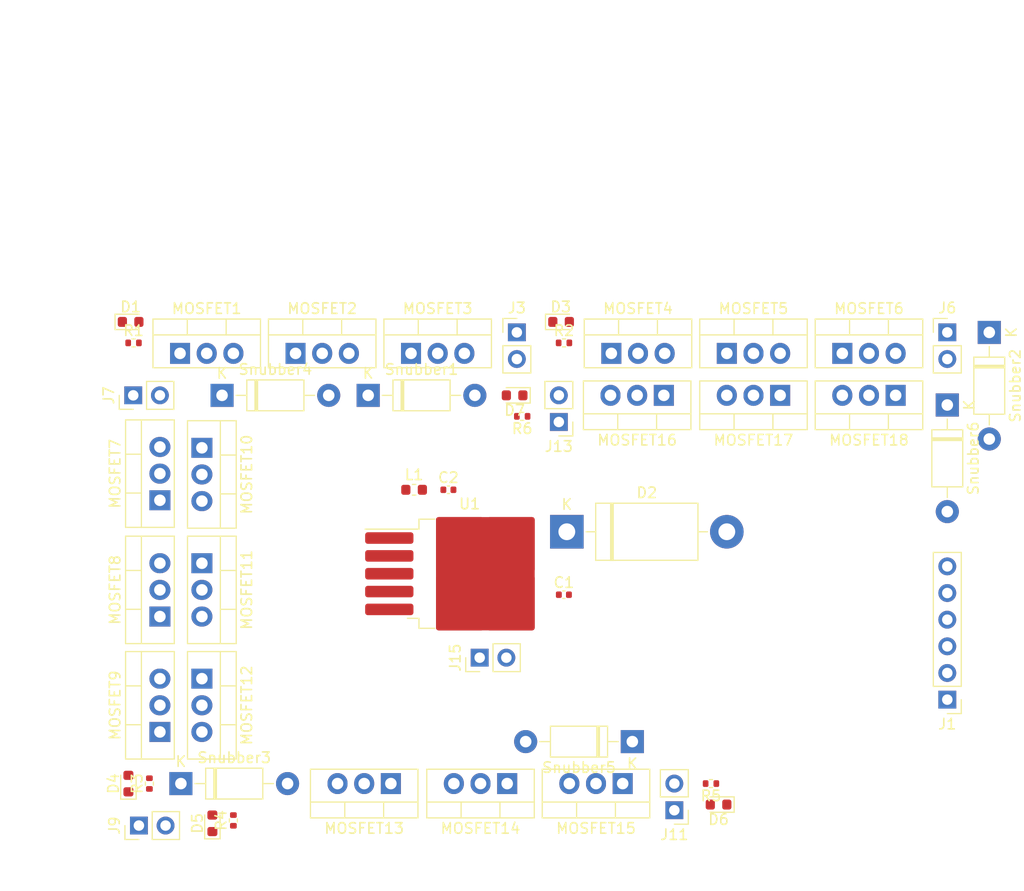
<source format=kicad_pcb>
(kicad_pcb (version 20221018) (generator pcbnew)
  (layers (0 "F.Cu" signal) (31 "B.Cu" signal) (34 "B.Paste" user) (35 "F.Paste" user) (36 "B.SilkS" user "B.Silkscreen") (37 "F.SilkS" user "F.Silkscreen") (38 "B.Mask" user) (39 "F.Mask" user) (44 "Edge.Cuts" user))
  (net 0 "")
  (net 1 "VCC")
  (net 2 "GND")
  (net 3 "Net-(D1-K)")
  (net 4 "Net-(D1-A)")
  (net 5 "Net-(D2-K)")
  (net 6 "Net-(D3-K)")
  (net 7 "Net-(D3-A)")
  (net 8 "Net-(D4-K)")
  (net 9 "Net-(D4-A)")
  (net 10 "Net-(D5-K)")
  (net 11 "Net-(D5-A)")
  (net 12 "Net-(D6-K)")
  (net 13 "Net-(D6-A)")
  (net 14 "Net-(D7-K)")
  (net 15 "Net-(D7-A)")
  (net 16 "Net-(J1-Pin_1)")
  (net 17 "/sol2")
  (net 18 "/sol3")
  (net 19 "/sol4")
  (net 20 "/sol5")
  (net 21 "/sol6")
  (footprint "Diode_THT:D_DO-41_SOD81_P10.16mm_Horizontal" (layer "F.Cu") (at 176 64.92 -90)
    (fp_text reference "Snubber6" (at 5.08 -2.47 -270) (layer "F.SilkS"))
    (fp_text value "1N5819")
    (fp_text user "K" (at 0 -2.1 -270) (layer "F.SilkS"))
    (fp_line (start 1.34 0) (end 2.36 0) (stroke (width 0.12)) (layer "F.SilkS"))
    (fp_line (start 2.36 -1.47) (end 2.36 1.47) (stroke (width 0.12)) (layer "F.SilkS"))
    (fp_line (start 2.36 1.47) (end 7.8 1.47) (stroke (width 0.12)) (layer "F.SilkS"))
    (fp_line (start 3.14 -1.47) (end 3.14 1.47) (stroke (width 0.12)) (layer "F.SilkS"))
    (fp_line (start 3.26 -1.47) (end 3.26 1.47) (stroke (width 0.12)) (layer "F.SilkS"))
    (fp_line (start 3.38 -1.47) (end 3.38 1.47) (stroke (width 0.12)) (layer "F.SilkS"))
    (fp_line (start 7.8 -1.47) (end 2.36 -1.47) (stroke (width 0.12)) (layer "F.SilkS"))
    (fp_line (start 7.8 1.47) (end 7.8 -1.47) (stroke (width 0.12)) (layer "F.SilkS"))
    (fp_line (start 8.82 0) (end 7.8 0) (stroke (width 0.12)) (layer "F.SilkS"))
    (pad "1" thru_hole rect (at 0 0 270) (size 2.2 2.2) (drill 1.1) (layers "*.Cu" "*.Mask") (net 1 "VCC"))
    (pad "2" thru_hole oval (at 10.16 0 270) (size 2.2 2.2) (drill 1.1) (layers "*.Cu" "*.Mask") (net 14 "Net-(D7-K)"))
  )
  (footprint "Capacitor_SMD:C_0402_1005Metric" (layer "F.Cu") (at 139.48 83)
    (fp_text reference "C1" (at 0 -1.16) (layer "F.SilkS"))
    (fp_text value "680 uF")
    (fp_line (start -0.107836 -0.36) (end 0.107836 -0.36) (stroke (width 0.12)) (layer "F.SilkS"))
    (fp_line (start -0.107836 0.36) (end 0.107836 0.36) (stroke (width 0.12)) (layer "F.SilkS"))
    (pad "1" smd roundrect (at -0.48 0) (size 0.56 0.62) (layers "F.Cu" "F.Paste" "F.Mask") (net 1 "VCC"))
    (pad "2" smd roundrect (at 0.48 0) (size 0.56 0.62) (layers "F.Cu" "F.Paste" "F.Mask") (net 2 "GND"))
  )
  (footprint "Package_TO_SOT_THT:TO-220-3_Vertical" (layer "F.Cu") (at 101 85.08 90)
    (fp_text reference "MOSFET8" (at 2.54 -4.27 90) (layer "F.SilkS"))
    (fp_text value "IRLB8721")
    (fp_line (start -2.58 -3.27) (end -2.58 1.371) (stroke (width 0.12)) (layer "F.SilkS"))
    (fp_line (start -2.58 -3.27) (end 7.66 -3.27) (stroke (width 0.12)) (layer "F.SilkS"))
    (fp_line (start -2.58 -1.76) (end 7.66 -1.76) (stroke (width 0.12)) (layer "F.SilkS"))
    (fp_line (start -2.58 1.371) (end 7.66 1.371) (stroke (width 0.12)) (layer "F.SilkS"))
    (fp_line (start 0.69 -3.27) (end 0.69 -1.76) (stroke (width 0.12)) (layer "F.SilkS"))
    (fp_line (start 4.391 -3.27) (end 4.391 -1.76) (stroke (width 0.12)) (layer "F.SilkS"))
    (fp_line (start 7.66 -3.27) (end 7.66 1.371) (stroke (width 0.12)) (layer "F.SilkS"))
    (pad "1" thru_hole rect (at 0 0 90) (size 1.905 2) (drill 1.1) (layers "*.Cu" "*.Mask") (net 18 "/sol3"))
    (pad "2" thru_hole oval (at 2.54 0 90) (size 1.905 2) (drill 1.1) (layers "*.Cu" "*.Mask") (net 8 "Net-(D4-K)"))
    (pad "3" thru_hole oval (at 5.08 0 90) (size 1.905 2) (drill 1.1) (layers "*.Cu" "*.Mask") (net 2 "GND"))
  )
  (footprint "Package_TO_SOT_THT:TO-220-3_Vertical" (layer "F.Cu") (at 144 60)
    (fp_text reference "MOSFET4" (at 2.54 -4.27) (layer "F.SilkS"))
    (fp_text value "IRLB8721")
    (fp_line (start -2.58 -3.27) (end -2.58 1.371) (stroke (width 0.12)) (layer "F.SilkS"))
    (fp_line (start -2.58 -3.27) (end 7.66 -3.27) (stroke (width 0.12)) (layer "F.SilkS"))
    (fp_line (start -2.58 -1.76) (end 7.66 -1.76) (stroke (width 0.12)) (layer "F.SilkS"))
    (fp_line (start -2.58 1.371) (end 7.66 1.371) (stroke (width 0.12)) (layer "F.SilkS"))
    (fp_line (start 0.69 -3.27) (end 0.69 -1.76) (stroke (width 0.12)) (layer "F.SilkS"))
    (fp_line (start 4.391 -3.27) (end 4.391 -1.76) (stroke (width 0.12)) (layer "F.SilkS"))
    (fp_line (start 7.66 -3.27) (end 7.66 1.371) (stroke (width 0.12)) (layer "F.SilkS"))
    (pad "1" thru_hole rect (at 0 0) (size 1.905 2) (drill 1.1) (layers "*.Cu" "*.Mask") (net 17 "/sol2"))
    (pad "2" thru_hole oval (at 2.54 0) (size 1.905 2) (drill 1.1) (layers "*.Cu" "*.Mask") (net 6 "Net-(D3-K)"))
    (pad "3" thru_hole oval (at 5.08 0) (size 1.905 2) (drill 1.1) (layers "*.Cu" "*.Mask") (net 2 "GND"))
  )
  (footprint "Package_TO_SOT_THT:TO-220-3_Vertical" (layer "F.Cu") (at 160.08 64 180)
    (fp_text reference "MOSFET17" (at 2.54 -4.27) (layer "F.SilkS"))
    (fp_text value "IRLB8721")
    (fp_line (start -2.58 -3.27) (end -2.58 1.371) (stroke (width 0.12)) (layer "F.SilkS"))
    (fp_line (start -2.58 -3.27) (end 7.66 -3.27) (stroke (width 0.12)) (layer "F.SilkS"))
    (fp_line (start -2.58 -1.76) (end 7.66 -1.76) (stroke (width 0.12)) (layer "F.SilkS"))
    (fp_line (start -2.58 1.371) (end 7.66 1.371) (stroke (width 0.12)) (layer "F.SilkS"))
    (fp_line (start 0.69 -3.27) (end 0.69 -1.76) (stroke (width 0.12)) (layer "F.SilkS"))
    (fp_line (start 4.391 -3.27) (end 4.391 -1.76) (stroke (width 0.12)) (layer "F.SilkS"))
    (fp_line (start 7.66 -3.27) (end 7.66 1.371) (stroke (width 0.12)) (layer "F.SilkS"))
    (pad "1" thru_hole rect (at 0 0 180) (size 1.905 2) (drill 1.1) (layers "*.Cu" "*.Mask") (net 19 "/sol4"))
    (pad "2" thru_hole oval (at 2.54 0 180) (size 1.905 2) (drill 1.1) (layers "*.Cu" "*.Mask") (net 14 "Net-(D7-K)"))
    (pad "3" thru_hole oval (at 5.08 0 180) (size 1.905 2) (drill 1.1) (layers "*.Cu" "*.Mask") (net 2 "GND"))
  )
  (footprint "Package_TO_SOT_SMD:TO-263-5_TabPin3" (layer "F.Cu") (at 130.5 81)
    (fp_text reference "U1" (at 0 -6.65) (layer "F.SilkS"))
    (fp_text value "LM2596S-5")
    (fp_line (start -4.825 -5.2) (end -4.825 -4.25) (stroke (width 0.12)) (layer "F.SilkS"))
    (fp_line (start -4.825 -4.25) (end -9.95 -4.25) (stroke (width 0.12)) (layer "F.SilkS"))
    (fp_line (start -4.825 4.25) (end -5.925 4.25) (stroke (width 0.12)) (layer "F.SilkS"))
    (fp_line (start -4.825 5.2) (end -4.825 4.25) (stroke (width 0.12)) (layer "F.SilkS"))
    (fp_line (start -3.325 -5.2) (end -4.825 -5.2) (stroke (width 0.12)) (layer "F.SilkS"))
    (fp_line (start -3.325 5.2) (end -4.825 5.2) (stroke (width 0.12)) (layer "F.SilkS"))
    (pad "1" smd roundrect (at -7.65 -3.4) (size 4.6 1.1) (layers "F.Cu" "F.Paste" "F.Mask") (roundrect_rratio 0.227273) (net 1 "VCC"))
    (pad "2" smd roundrect (at -7.65 -1.7) (size 4.6 1.1) (layers "F.Cu" "F.Paste" "F.Mask") (roundrect_rratio 0.227273) (net 5 "Net-(D2-K)"))
    (pad "3" smd roundrect (at -7.65 0) (size 4.6 1.1) (layers "F.Cu" "F.Paste" "F.Mask") (roundrect_rratio 0.227273) (net 2 "GND"))
    (pad "3" smd roundrect (at -0.925 -2.775) (size 4.55 5.25) (layers "F.Cu" "F.Paste") (roundrect_rratio 0.054945) (net 2 "GND"))
    (pad "3" smd roundrect (at -0.925 2.775) (size 4.55 5.25) (layers "F.Cu" "F.Paste") (roundrect_rratio 0.054945) (net 2 "GND"))
    (pad "3" smd roundrect (at 1.5 0) (size 9.4 10.8) (layers "F.Cu" "F.Mask") (roundrect_rratio 0.026596) (net 2 "GND"))
    (pad "3" smd roundrect (at 3.925 -2.775) (size 4.55 5.25) (layers "F.Cu" "F.Paste") (roundrect_rratio 0.054945) (net 2 "GND"))
    (pad "3" smd roundrect (at 3.925 2.775) (size 4.55 5.25) (layers "F.Cu" "F.Paste") (roundrect_rratio 0.054945) (net 2 "GND"))
    (pad "4" smd roundrect (at -7.65 1.7) (size 4.6 1.1) (layers "F.Cu" "F.Paste" "F.Mask") (roundrect_rratio 0.227273) (net 1 "VCC"))
    (pad "5" smd roundrect (at -7.65 3.4) (size 4.6 1.1) (layers "F.Cu" "F.Paste" "F.Mask") (roundrect_rratio 0.227273) (net 2 "GND"))
  )
  (footprint "Capacitor_SMD:C_0402_1005Metric" (layer "F.Cu") (at 128.48 73)
    (fp_text reference "C2" (at 0 -1.16) (layer "F.SilkS"))
    (fp_text value "220 uF")
    (fp_line (start -0.107836 -0.36) (end 0.107836 -0.36) (stroke (width 0.12)) (layer "F.SilkS"))
    (fp_line (start -0.107836 0.36) (end 0.107836 0.36) (stroke (width 0.12)) (layer "F.SilkS"))
    (pad "1" smd roundrect (at -0.48 0) (size 0.56 0.62) (layers "F.Cu" "F.Paste" "F.Mask") (net 1 "VCC"))
    (pad "2" smd roundrect (at 0.48 0) (size 0.56 0.62) (layers "F.Cu" "F.Paste" "F.Mask") (net 2 "GND"))
  )
  (footprint "LED_SMD:LED_0603_1608Metric" (layer "F.Cu") (at 139.2125 57)
    (fp_text reference "D3" (at -0.03 -1.43) (layer "F.SilkS"))
    (fp_text value "Red")
    (fp_line (start -1.485 -0.735) (end -1.485 0.735) (stroke (width 0.12)) (layer "F.SilkS"))
    (fp_line (start -1.485 0.735) (end 0.8 0.735) (stroke (width 0.12)) (layer "F.SilkS"))
    (fp_line (start 0.8 -0.735) (end -1.485 -0.735) (stroke (width 0.12)) (layer "F.SilkS"))
    (pad "1" smd roundrect (at -0.7875 0) (size 0.875 0.95) (layers "F.Cu" "F.Paste" "F.Mask") (net 6 "Net-(D3-K)"))
    (pad "2" smd roundrect (at 0.7875 0) (size 0.875 0.95) (layers "F.Cu" "F.Paste" "F.Mask") (net 7 "Net-(D3-A)"))
  )
  (footprint "Package_TO_SOT_THT:TO-220-3_Vertical" (layer "F.Cu") (at 101 74 90)
    (fp_text reference "MOSFET7" (at 2.54 -4.27 90) (layer "F.SilkS"))
    (fp_text value "IRLB8721")
    (fp_line (start -2.58 -3.27) (end -2.58 1.371) (stroke (width 0.12)) (layer "F.SilkS"))
    (fp_line (start -2.58 -3.27) (end 7.66 -3.27) (stroke (width 0.12)) (layer "F.SilkS"))
    (fp_line (start -2.58 -1.76) (end 7.66 -1.76) (stroke (width 0.12)) (layer "F.SilkS"))
    (fp_line (start -2.58 1.371) (end 7.66 1.371) (stroke (width 0.12)) (layer "F.SilkS"))
    (fp_line (start 0.69 -3.27) (end 0.69 -1.76) (stroke (width 0.12)) (layer "F.SilkS"))
    (fp_line (start 4.391 -3.27) (end 4.391 -1.76) (stroke (width 0.12)) (layer "F.SilkS"))
    (fp_line (start 7.66 -3.27) (end 7.66 1.371) (stroke (width 0.12)) (layer "F.SilkS"))
    (pad "1" thru_hole rect (at 0 0 90) (size 1.905 2) (drill 1.1) (layers "*.Cu" "*.Mask") (net 18 "/sol3"))
    (pad "2" thru_hole oval (at 2.54 0 90) (size 1.905 2) (drill 1.1) (layers "*.Cu" "*.Mask") (net 8 "Net-(D4-K)"))
    (pad "3" thru_hole oval (at 5.08 0 90) (size 1.905 2) (drill 1.1) (layers "*.Cu" "*.Mask") (net 2 "GND"))
  )
  (footprint "Connector_PinHeader_2.54mm:PinHeader_1x02_P2.54mm_Vertical" (layer "F.Cu") (at 135 58)
    (fp_text reference "J3" (at 0 -2.33) (layer "F.SilkS"))
    (fp_text value "Conn_01x02_Pin")
    (fp_line (start -1.33 -1.33) (end 0 -1.33) (stroke (width 0.12)) (layer "F.SilkS"))
    (fp_line (start -1.33 0) (end -1.33 -1.33) (stroke (width 0.12)) (layer "F.SilkS"))
    (fp_line (start -1.33 1.27) (end -1.33 3.87) (stroke (width 0.12)) (layer "F.SilkS"))
    (fp_line (start -1.33 1.27) (end 1.33 1.27) (stroke (width 0.12)) (layer "F.SilkS"))
    (fp_line (start -1.33 3.87) (end 1.33 3.87) (stroke (width 0.12)) (layer "F.SilkS"))
    (fp_line (start 1.33 1.27) (end 1.33 3.87) (stroke (width 0.12)) (layer "F.SilkS"))
    (pad "1" thru_hole rect (at 0 0) (size 1.7 1.7) (drill 1) (layers "*.Cu" "*.Mask") (net 3 "Net-(D1-K)"))
    (pad "2" thru_hole oval (at 0 2.54) (size 1.7 1.7) (drill 1) (layers "*.Cu" "*.Mask") (net 1 "VCC"))
  )
  (footprint "Connector_PinHeader_2.54mm:PinHeader_1x02_P2.54mm_Vertical" (layer "F.Cu") (at 131.46 89 90)
    (fp_text reference "J15" (at 0 -2.33 90) (layer "F.SilkS"))
    (fp_text value "Conn_01x02_Pin")
    (fp_line (start -1.33 -1.33) (end 0 -1.33) (stroke (width 0.12)) (layer "F.SilkS"))
    (fp_line (start -1.33 0) (end -1.33 -1.33) (stroke (width 0.12)) (layer "F.SilkS"))
    (fp_line (start -1.33 1.27) (end -1.33 3.87) (stroke (width 0.12)) (layer "F.SilkS"))
    (fp_line (start -1.33 1.27) (end 1.33 1.27) (stroke (width 0.12)) (layer "F.SilkS"))
    (fp_line (start -1.33 3.87) (end 1.33 3.87) (stroke (width 0.12)) (layer "F.SilkS"))
    (fp_line (start 1.33 1.27) (end 1.33 3.87) (stroke (width 0.12)) (layer "F.SilkS"))
    (pad "1" thru_hole rect (at 0 0 90) (size 1.7 1.7) (drill 1) (layers "*.Cu" "*.Mask") (net 14 "Net-(D7-K)"))
    (pad "2" thru_hole oval (at 0 2.54 90) (size 1.7 1.7) (drill 1) (layers "*.Cu" "*.Mask") (net 1 "VCC"))
  )
  (footprint "Connector_PinHeader_2.54mm:PinHeader_1x02_P2.54mm_Vertical" (layer "F.Cu") (at 99 105 90)
    (fp_text reference "J9" (at 0 -2.33 90) (layer "F.SilkS"))
    (fp_text value "Conn_01x02_Pin")
    (fp_line (start -1.33 -1.33) (end 0 -1.33) (stroke (width 0.12)) (layer "F.SilkS"))
    (fp_line (start -1.33 0) (end -1.33 -1.33) (stroke (width 0.12)) (layer "F.SilkS"))
    (fp_line (start -1.33 1.27) (end -1.33 3.87) (stroke (width 0.12)) (layer "F.SilkS"))
    (fp_line (start -1.33 1.27) (end 1.33 1.27) (stroke (width 0.12)) (layer "F.SilkS"))
    (fp_line (start -1.33 3.87) (end 1.33 3.87) (stroke (width 0.12)) (layer "F.SilkS"))
    (fp_line (start 1.33 1.27) (end 1.33 3.87) (stroke (width 0.12)) (layer "F.SilkS"))
    (pad "1" thru_hole rect (at 0 0 90) (size 1.7 1.7) (drill 1) (layers "*.Cu" "*.Mask") (net 8 "Net-(D4-K)"))
    (pad "2" thru_hole oval (at 0 2.54 90) (size 1.7 1.7) (drill 1) (layers "*.Cu" "*.Mask") (net 1 "VCC"))
  )
  (footprint "Resistor_SMD:R_0402_1005Metric" (layer "F.Cu") (at 139.49 59)
    (fp_text reference "R2" (at 0 -1.17) (layer "F.SilkS"))
    (fp_text value "4.7k")
    (fp_line (start -0.153641 -0.38) (end 0.153641 -0.38) (stroke (width 0.12)) (layer "F.SilkS"))
    (fp_line (start -0.153641 0.38) (end 0.153641 0.38) (stroke (width 0.12)) (layer "F.SilkS"))
    (pad "1" smd roundrect (at -0.51 0) (size 0.54 0.64) (layers "F.Cu" "F.Paste" "F.Mask") (net 1 "VCC"))
    (pad "2" smd roundrect (at 0.51 0) (size 0.54 0.64) (layers "F.Cu" "F.Paste" "F.Mask") (net 7 "Net-(D3-A)"))
  )
  (footprint "Connector_PinHeader_2.54mm:PinHeader_1x02_P2.54mm_Vertical" (layer "F.Cu") (at 176 58)
    (fp_text reference "J6" (at 0 -2.33) (layer "F.SilkS"))
    (fp_text value "Conn_01x02_Pin")
    (fp_line (start -1.33 -1.33) (end 0 -1.33) (stroke (width 0.12)) (layer "F.SilkS"))
    (fp_line (start -1.33 0) (end -1.33 -1.33) (stroke (width 0.12)) (layer "F.SilkS"))
    (fp_line (start -1.33 1.27) (end -1.33 3.87) (stroke (width 0.12)) (layer "F.SilkS"))
    (fp_line (start -1.33 1.27) (end 1.33 1.27) (stroke (width 0.12)) (layer "F.SilkS"))
    (fp_line (start -1.33 3.87) (end 1.33 3.87) (stroke (width 0.12)) (layer "F.SilkS"))
    (fp_line (start 1.33 1.27) (end 1.33 3.87) (stroke (width 0.12)) (layer "F.SilkS"))
    (pad "1" thru_hole rect (at 0 0) (size 1.7 1.7) (drill 1) (layers "*.Cu" "*.Mask") (net 1 "VCC"))
    (pad "2" thru_hole oval (at 0 2.54) (size 1.7 1.7) (drill 1) (layers "*.Cu" "*.Mask") (net 2 "GND"))
  )
  (footprint "Package_TO_SOT_THT:TO-220-3_Vertical" (layer "F.Cu") (at 155 60)
    (fp_text reference "MOSFET5" (at 2.54 -4.27) (layer "F.SilkS"))
    (fp_text value "IRLB8721")
    (fp_line (start -2.58 -3.27) (end -2.58 1.371) (stroke (width 0.12)) (layer "F.SilkS"))
    (fp_line (start -2.58 -3.27) (end 7.66 -3.27) (stroke (width 0.12)) (layer "F.SilkS"))
    (fp_line (start -2.58 -1.76) (end 7.66 -1.76) (stroke (width 0.12)) (layer "F.SilkS"))
    (fp_line (start -2.58 1.371) (end 7.66 1.371) (stroke (width 0.12)) (layer "F.SilkS"))
    (fp_line (start 0.69 -3.27) (end 0.69 -1.76) (stroke (width 0.12)) (layer "F.SilkS"))
    (fp_line (start 4.391 -3.27) (end 4.391 -1.76) (stroke (width 0.12)) (layer "F.SilkS"))
    (fp_line (start 7.66 -3.27) (end 7.66 1.371) (stroke (width 0.12)) (layer "F.SilkS"))
    (pad "1" thru_hole rect (at 0 0) (size 1.905 2) (drill 1.1) (layers "*.Cu" "*.Mask") (net 17 "/sol2"))
    (pad "2" thru_hole oval (at 2.54 0) (size 1.905 2) (drill 1.1) (layers "*.Cu" "*.Mask") (net 6 "Net-(D3-K)"))
    (pad "3" thru_hole oval (at 5.08 0) (size 1.905 2) (drill 1.1) (layers "*.Cu" "*.Mask") (net 2 "GND"))
  )
  (footprint "Connector_PinHeader_2.54mm:PinHeader_1x06_P2.54mm_Vertical" (layer "F.Cu") (at 176 93 180)
    (fp_text reference "J1" (at 0 -2.33) (layer "F.SilkS"))
    (fp_text value "Conn_01x06_Pin")
    (fp_line (start -1.33 -1.33) (end 0 -1.33) (stroke (width 0.12)) (layer "F.SilkS"))
    (fp_line (start -1.33 0) (end -1.33 -1.33) (stroke (width 0.12)) (layer "F.SilkS"))
    (fp_line (start -1.33 1.27) (end -1.33 14.03) (stroke (width 0.12)) (layer "F.SilkS"))
    (fp_line (start -1.33 1.27) (end 1.33 1.27) (stroke (width 0.12)) (layer "F.SilkS"))
    (fp_line (start -1.33 14.03) (end 1.33 14.03) (stroke (width 0.12)) (layer "F.SilkS"))
    (fp_line (start 1.33 1.27) (end 1.33 14.03) (stroke (width 0.12)) (layer "F.SilkS"))
    (pad "1" thru_hole rect (at 0 0 180) (size 1.7 1.7) (drill 1) (layers "*.Cu" "*.Mask") (net 16 "Net-(J1-Pin_1)"))
    (pad "2" thru_hole oval (at 0 2.54 180) (size 1.7 1.7) (drill 1) (layers "*.Cu" "*.Mask") (net 17 "/sol2"))
    (pad "3" thru_hole oval (at 0 5.08 180) (size 1.7 1.7) (drill 1) (layers "*.Cu" "*.Mask") (net 18 "/sol3"))
    (pad "4" thru_hole oval (at 0 7.62 180) (size 1.7 1.7) (drill 1) (layers "*.Cu" "*.Mask") (net 19 "/sol4"))
    (pad "5" thru_hole oval (at 0 10.16 180) (size 1.7 1.7) (drill 1) (layers "*.Cu" "*.Mask") (net 20 "/sol5"))
    (pad "6" thru_hole oval (at 0 12.7 180) (size 1.7 1.7) (drill 1) (layers "*.Cu" "*.Mask") (net 21 "/sol6"))
  )
  (footprint "Package_TO_SOT_THT:TO-220-3_Vertical" (layer "F.Cu") (at 113.92 60)
    (fp_text reference "MOSFET2" (at 2.54 -4.27) (layer "F.SilkS"))
    (fp_text value "IRLB8721")
    (fp_line (start -2.58 -3.27) (end -2.58 1.371) (stroke (width 0.12)) (layer "F.SilkS"))
    (fp_line (start -2.58 -3.27) (end 7.66 -3.27) (stroke (width 0.12)) (layer "F.SilkS"))
    (fp_line (start -2.58 -1.76) (end 7.66 -1.76) (stroke (width 0.12)) (layer "F.SilkS"))
    (fp_line (start -2.58 1.371) (end 7.66 1.371) (stroke (width 0.12)) (layer "F.SilkS"))
    (fp_line (start 0.69 -3.27) (end 0.69 -1.76) (stroke (width 0.12)) (layer "F.SilkS"))
    (fp_line (start 4.391 -3.27) (end 4.391 -1.76) (stroke (width 0.12)) (layer "F.SilkS"))
    (fp_line (start 7.66 -3.27) (end 7.66 1.371) (stroke (width 0.12)) (layer "F.SilkS"))
    (pad "1" thru_hole rect (at 0 0) (size 1.905 2) (drill 1.1) (layers "*.Cu" "*.Mask") (net 16 "Net-(J1-Pin_1)"))
    (pad "2" thru_hole oval (at 2.54 0) (size 1.905 2) (drill 1.1) (layers "*.Cu" "*.Mask") (net 3 "Net-(D1-K)"))
    (pad "3" thru_hole oval (at 5.08 0) (size 1.905 2) (drill 1.1) (layers "*.Cu" "*.Mask") (net 2 "GND"))
  )
  (footprint "LED_SMD:LED_0603_1608Metric" (layer "F.Cu") (at 134.7875 64 180)
    (fp_text reference "D7" (at 0 -1.43) (layer "F.SilkS"))
    (fp_text value "Red")
    (fp_line (start -1.485 -0.735) (end -1.485 0.735) (stroke (width 0.12)) (layer "F.SilkS"))
    (fp_line (start -1.485 0.735) (end 0.8 0.735) (stroke (width 0.12)) (layer "F.SilkS"))
    (fp_line (start 0.8 -0.735) (end -1.485 -0.735) (stroke (width 0.12)) (layer "F.SilkS"))
    (pad "1" smd roundrect (at -0.7875 0 180) (size 0.875 0.95) (layers "F.Cu" "F.Paste" "F.Mask") (net 14 "Net-(D7-K)"))
    (pad "2" smd roundrect (at 0.7875 0 180) (size 0.875 0.95) (layers "F.Cu" "F.Paste" "F.Mask") (net 15 "Net-(D7-A)"))
  )
  (footprint "Package_TO_SOT_THT:TO-220-3_Vertical" (layer "F.Cu") (at 105 91 -90)
    (fp_text reference "MOSFET12" (at 2.54 -4.27 90) (layer "F.SilkS"))
    (fp_text value "IRLB8721")
    (fp_line (start -2.58 -3.27) (end -2.58 1.371) (stroke (width 0.12)) (layer "F.SilkS"))
    (fp_line (start -2.58 -3.27) (end 7.66 -3.27) (stroke (width 0.12)) (layer "F.SilkS"))
    (fp_line (start -2.58 -1.76) (end 7.66 -1.76) (stroke (width 0.12)) (layer "F.SilkS"))
    (fp_line (start -2.58 1.371) (end 7.66 1.371) (stroke (width 0.12)) (layer "F.SilkS"))
    (fp_line (start 0.69 -3.27) (end 0.69 -1.76) (stroke (width 0.12)) (layer "F.SilkS"))
    (fp_line (start 4.391 -3.27) (end 4.391 -1.76) (stroke (width 0.12)) (layer "F.SilkS"))
    (fp_line (start 7.66 -3.27) (end 7.66 1.371) (stroke (width 0.12)) (layer "F.SilkS"))
    (pad "1" thru_hole rect (at 0 0 270) (size 1.905 2) (drill 1.1) (layers "*.Cu" "*.Mask") (net 20 "/sol5"))
    (pad "2" thru_hole oval (at 2.54 0 270) (size 1.905 2) (drill 1.1) (layers "*.Cu" "*.Mask") (net 10 "Net-(D5-K)"))
    (pad "3" thru_hole oval (at 5.08 0 270) (size 1.905 2) (drill 1.1) (layers "*.Cu" "*.Mask") (net 2 "GND"))
  )
  (footprint "Diode_THT:D_DO-41_SOD81_P10.16mm_Horizontal" (layer "F.Cu") (at 146 97 180)
    (fp_text reference "Snubber5" (at 5.08 -2.47) (layer "F.SilkS"))
    (fp_text value "1N5819")
    (fp_text user "K" (at 0 -2.1) (layer "F.SilkS"))
    (fp_line (start 1.34 0) (end 2.36 0) (stroke (width 0.12)) (layer "F.SilkS"))
    (fp_line (start 2.36 -1.47) (end 2.36 1.47) (stroke (width 0.12)) (layer "F.SilkS"))
    (fp_line (start 2.36 1.47) (end 7.8 1.47) (stroke (width 0.12)) (layer "F.SilkS"))
    (fp_line (start 3.14 -1.47) (end 3.14 1.47) (stroke (width 0.12)) (layer "F.SilkS"))
    (fp_line (start 3.26 -1.47) (end 3.26 1.47) (stroke (width 0.12)) (layer "F.SilkS"))
    (fp_line (start 3.38 -1.47) (end 3.38 1.47) (stroke (width 0.12)) (layer "F.SilkS"))
    (fp_line (start 7.8 -1.47) (end 2.36 -1.47) (stroke (width 0.12)) (layer "F.SilkS"))
    (fp_line (start 7.8 1.47) (end 7.8 -1.47) (stroke (width 0.12)) (layer "F.SilkS"))
    (fp_line (start 8.82 0) (end 7.8 0) (stroke (width 0.12)) (layer "F.SilkS"))
    (pad "1" thru_hole rect (at 0 0 180) (size 2.2 2.2) (drill 1.1) (layers "*.Cu" "*.Mask") (net 1 "VCC"))
    (pad "2" thru_hole oval (at 10.16 0 180) (size 2.2 2.2) (drill 1.1) (layers "*.Cu" "*.Mask") (net 12 "Net-(D6-K)"))
  )
  (footprint "Package_TO_SOT_THT:TO-220-3_Vertical" (layer "F.Cu") (at 145.08 101 180)
    (fp_text reference "MOSFET15" (at 2.54 -4.27) (layer "F.SilkS"))
    (fp_text value "IRLB8721")
    (fp_line (start -2.58 -3.27) (end -2.58 1.371) (stroke (width 0.12)) (layer "F.SilkS"))
    (fp_line (start -2.58 -3.27) (end 7.66 -3.27) (stroke (width 0.12)) (layer "F.SilkS"))
    (fp_line (start -2.58 -1.76) (end 7.66 -1.76) (stroke (width 0.12)) (layer "F.SilkS"))
    (fp_line (start -2.58 1.371) (end 7.66 1.371) (stroke (width 0.12)) (layer "F.SilkS"))
    (fp_line (start 0.69 -3.27) (end 0.69 -1.76) (stroke (width 0.12)) (layer "F.SilkS"))
    (fp_line (start 4.391 -3.27) (end 4.391 -1.76) (stroke (width 0.12)) (layer "F.SilkS"))
    (fp_line (start 7.66 -3.27) (end 7.66 1.371) (stroke (width 0.12)) (layer "F.SilkS"))
    (pad "1" thru_hole rect (at 0 0 180) (size 1.905 2) (drill 1.1) (layers "*.Cu" "*.Mask") (net 21 "/sol6"))
    (pad "2" thru_hole oval (at 2.54 0 180) (size 1.905 2) (drill 1.1) (layers "*.Cu" "*.Mask") (net 12 "Net-(D6-K)"))
    (pad "3" thru_hole oval (at 5.08 0 180) (size 1.905 2) (drill 1.1) (layers "*.Cu" "*.Mask") (net 2 "GND"))
  )
  (footprint "LED_SMD:LED_0603_1608Metric" (layer "F.Cu") (at 98 101 90)
    (fp_text reference "D4" (at 0 -1.43 90) (layer "F.SilkS"))
    (fp_text value "Red")
    (fp_line (start -1.485 -0.735) (end -1.485 0.735) (stroke (width 0.12)) (layer "F.SilkS"))
    (fp_line (start -1.485 0.735) (end 0.8 0.735) (stroke (width 0.12)) (layer "F.SilkS"))
    (fp_line (start 0.8 -0.735) (end -1.485 -0.735) (stroke (width 0.12)) (layer "F.SilkS"))
    (pad "1" smd roundrect (at -0.7875 0 90) (size 0.875 0.95) (layers "F.Cu" "F.Paste" "F.Mask") (net 8 "Net-(D4-K)"))
    (pad "2" smd roundrect (at 0.7875 0 90) (size 0.875 0.95) (layers "F.Cu" "F.Paste" "F.Mask") (net 9 "Net-(D4-A)"))
  )
  (footprint "Package_TO_SOT_THT:TO-220-3_Vertical" (layer "F.Cu") (at 166 60)
    (fp_text reference "MOSFET6" (at 2.54 -4.27) (layer "F.SilkS"))
    (fp_text value "IRLB8721")
    (fp_line (start -2.58 -3.27) (end -2.58 1.371) (stroke (width 0.12)) (layer "F.SilkS"))
    (fp_line (start -2.58 -3.27) (end 7.66 -3.27) (stroke (width 0.12)) (layer "F.SilkS"))
    (fp_line (start -2.58 -1.76) (end 7.66 -1.76) (stroke (width 0.12)) (layer "F.SilkS"))
    (fp_line (start -2.58 1.371) (end 7.66 1.371) (stroke (width 0.12)) (layer "F.SilkS"))
    (fp_line (start 0.69 -3.27) (end 0.69 -1.76) (stroke (width 0.12)) (layer "F.SilkS"))
    (fp_line (start 4.391 -3.27) (end 4.391 -1.76) (stroke (width 0.12)) (layer "F.SilkS"))
    (fp_line (start 7.66 -3.27) (end 7.66 1.371) (stroke (width 0.12)) (layer "F.SilkS"))
    (pad "1" thru_hole rect (at 0 0) (size 1.905 2) (drill 1.1) (layers "*.Cu" "*.Mask") (net 17 "/sol2"))
    (pad "2" thru_hole oval (at 2.54 0) (size 1.905 2) (drill 1.1) (layers "*.Cu" "*.Mask") (net 6 "Net-(D3-K)"))
    (pad "3" thru_hole oval (at 5.08 0) (size 1.905 2) (drill 1.1) (layers "*.Cu" "*.Mask") (net 2 "GND"))
  )
  (footprint "Package_TO_SOT_THT:TO-220-3_Vertical" (layer "F.Cu") (at 124.92 60)
    (fp_text reference "MOSFET3" (at 2.54 -4.27) (layer "F.SilkS"))
    (fp_text value "IRLB8721")
    (fp_line (start -2.58 -3.27) (end -2.58 1.371) (stroke (width 0.12)) (layer "F.SilkS"))
    (fp_line (start -2.58 -3.27) (end 7.66 -3.27) (stroke (width 0.12)) (layer "F.SilkS"))
    (fp_line (start -2.58 -1.76) (end 7.66 -1.76) (stroke (width 0.12)) (layer "F.SilkS"))
    (fp_line (start -2.58 1.371) (end 7.66 1.371) (stroke (width 0.12)) (layer "F.SilkS"))
    (fp_line (start 0.69 -3.27) (end 0.69 -1.76) (stroke (width 0.12)) (layer "F.SilkS"))
    (fp_line (start 4.391 -3.27) (end 4.391 -1.76) (stroke (width 0.12)) (layer "F.SilkS"))
    (fp_line (start 7.66 -3.27) (end 7.66 1.371) (stroke (width 0.12)) (layer "F.SilkS"))
    (pad "1" thru_hole rect (at 0 0) (size 1.905 2) (drill 1.1) (layers "*.Cu" "*.Mask") (net 16 "Net-(J1-Pin_1)"))
    (pad "2" thru_hole oval (at 2.54 0) (size 1.905 2) (drill 1.1) (layers "*.Cu" "*.Mask") (net 3 "Net-(D1-K)"))
    (pad "3" thru_hole oval (at 5.08 0) (size 1.905 2) (drill 1.1) (layers "*.Cu" "*.Mask") (net 2 "GND"))
  )
  (footprint "Diode_THT:D_DO-201AD_P15.24mm_Horizontal" (layer "F.Cu") (at 139.76 77)
    (fp_text reference "D2" (at 7.62 -3.72) (layer "F.SilkS"))
    (fp_text value "1N5822")
    (fp_text user "K" (at 0 -2.6) (layer "F.SilkS"))
    (fp_line (start 1.84 0) (end 2.75 0) (stroke (width 0.12)) (layer "F.SilkS"))
    (fp_line (start 2.75 -2.72) (end 2.75 2.72) (stroke (width 0.12)) (layer "F.SilkS"))
    (fp_line (start 2.75 2.72) (end 12.49 2.72) (stroke (width 0.12)) (layer "F.SilkS"))
    (fp_line (start 4.175 -2.72) (end 4.175 2.72) (stroke (width 0.12)) (layer "F.SilkS"))
    (fp_line (start 4.295 -2.72) (end 4.295 2.72) (stroke (width 0.12)) (layer "F.SilkS"))
    (fp_line (start 4.415 -2.72) (end 4.415 2.72) (stroke (width 0.12)) (layer "F.SilkS"))
    (fp_line (start 12.49 -2.72) (end 2.75 -2.72) (stroke (width 0.12)) (layer "F.SilkS"))
    (fp_line (start 12.49 2.72) (end 12.49 -2.72) (stroke (width 0.12)) (layer "F.SilkS"))
    (fp_line (start 13.4 0) (end 12.49 0) (stroke (width 0.12)) (layer "F.SilkS"))
    (pad "1" thru_hole rect (at 0 0) (size 3.2 3.2) (drill 1.6) (layers "*.Cu" "*.Mask") (net 5 "Net-(D2-K)"))
    (pad "2" thru_hole oval (at 15.24 0) (size 3.2 3.2) (drill 1.6) (layers "*.Cu" "*.Mask") (net 2 "GND"))
  )
  (footprint "Resistor_SMD:R_0402_1005Metric" (layer "F.Cu") (at 98.49 59)
    (fp_text reference "R1" (at 0 -1.17) (layer "F.SilkS"))
    (fp_text value "4.7k")
    (fp_line (start -0.153641 -0.38) (end 0.153641 -0.38) (stroke (width 0.12)) (layer "F.SilkS"))
    (fp_line (start -0.153641 0.38) (end 0.153641 0.38) (stroke (width 0.12)) (layer "F.SilkS"))
    (pad "1" smd roundrect (at -0.51 0) (size 0.54 0.64) (layers "F.Cu" "F.Paste" "F.Mask") (net 1 "VCC"))
    (pad "2" smd roundrect (at 0.51 0) (size 0.54 0.64) (layers "F.Cu" "F.Paste" "F.Mask") (net 4 "Net-(D1-A)"))
  )
  (footprint "Diode_THT:D_DO-41_SOD81_P10.16mm_Horizontal" (layer "F.Cu") (at 180 58 -90)
    (fp_text reference "Snubber2" (at 5.08 -2.47 90) (layer "F.SilkS"))
    (fp_text value "1N5819")
    (fp_text user "K" (at 0 -2.1 90) (layer "F.SilkS"))
    (fp_line (start 1.34 0) (end 2.36 0) (stroke (width 0.12)) (layer "F.SilkS"))
    (fp_line (start 2.36 -1.47) (end 2.36 1.47) (stroke (width 0.12)) (layer "F.SilkS"))
    (fp_line (start 2.36 1.47) (end 7.8 1.47) (stroke (width 0.12)) (layer "F.SilkS"))
    (fp_line (start 3.14 -1.47) (end 3.14 1.47) (stroke (width 0.12)) (layer "F.SilkS"))
    (fp_line (start 3.26 -1.47) (end 3.26 1.47) (stroke (width 0.12)) (layer "F.SilkS"))
    (fp_line (start 3.38 -1.47) (end 3.38 1.47) (stroke (width 0.12)) (layer "F.SilkS"))
    (fp_line (start 7.8 -1.47) (end 2.36 -1.47) (stroke (width 0.12)) (layer "F.SilkS"))
    (fp_line (start 7.8 1.47) (end 7.8 -1.47) (stroke (width 0.12)) (layer "F.SilkS"))
    (fp_line (start 8.82 0) (end 7.8 0) (stroke (width 0.12)) (layer "F.SilkS"))
    (pad "1" thru_hole rect (at 0 0 270) (size 2.2 2.2) (drill 1.1) (layers "*.Cu" "*.Mask") (net 1 "VCC"))
    (pad "2" thru_hole oval (at 10.16 0 270) (size 2.2 2.2) (drill 1.1) (layers "*.Cu" "*.Mask") (net 6 "Net-(D3-K)"))
  )
  (footprint "Resistor_SMD:R_0402_1005Metric" (layer "F.Cu") (at 108 104.51 90)
    (fp_text reference "R4" (at 0 -1.17 90) (layer "F.SilkS"))
    (fp_text value "4.7k")
    (fp_line (start -0.153641 -0.38) (end 0.153641 -0.38) (stroke (width 0.12)) (layer "F.SilkS"))
    (fp_line (start -0.153641 0.38) (end 0.153641 0.38) (stroke (width 0.12)) (layer "F.SilkS"))
    (pad "1" smd roundrect (at -0.51 0 90) (size 0.54 0.64) (layers "F.Cu" "F.Paste" "F.Mask") (net 1 "VCC"))
    (pad "2" smd roundrect (at 0.51 0 90) (size 0.54 0.64) (layers "F.Cu" "F.Paste" "F.Mask") (net 11 "Net-(D5-A)"))
  )
  (footprint "Resistor_SMD:R_0402_1005Metric" (layer "F.Cu") (at 153.49 101 180)
    (fp_text reference "R5" (at 0 -1.17) (layer "F.SilkS"))
    (fp_text value "4.7k")
    (fp_line (start -0.153641 -0.38) (end 0.153641 -0.38) (stroke (width 0.12)) (layer "F.SilkS"))
    (fp_line (start -0.153641 0.38) (end 0.153641 0.38) (stroke (width 0.12)) (layer "F.SilkS"))
    (pad "1" smd roundrect (at -0.51 0 180) (size 0.54 0.64) (layers "F.Cu" "F.Paste" "F.Mask") (net 1 "VCC"))
    (pad "2" smd roundrect (at 0.51 0 180) (size 0.54 0.64) (layers "F.Cu" "F.Paste" "F.Mask") (net 13 "Net-(D6-A)"))
  )
  (footprint "LED_SMD:LED_0603_1608Metric" (layer "F.Cu") (at 154.2125 103 180)
    (fp_text reference "D6" (at 0 -1.43) (layer "F.SilkS"))
    (fp_text value "Red")
    (fp_line (start -1.485 -0.735) (end -1.485 0.735) (stroke (width 0.12)) (layer "F.SilkS"))
    (fp_line (start -1.485 0.735) (end 0.8 0.735) (stroke (width 0.12)) (layer "F.SilkS"))
    (fp_line (start 0.8 -0.735) (end -1.485 -0.735) (stroke (width 0.12)) (layer "F.SilkS"))
    (pad "1" smd roundrect (at -0.7875 0 180) (size 0.875 0.95) (layers "F.Cu" "F.Paste" "F.Mask") (net 12 "Net-(D6-K)"))
    (pad "2" smd roundrect (at 0.7875 0 180) (size 0.875 0.95) (layers "F.Cu" "F.Paste" "F.Mask") (net 13 "Net-(D6-A)"))
  )
  (footprint "Diode_THT:D_DO-41_SOD81_P10.16mm_Horizontal" (layer "F.Cu") (at 103 101)
    (fp_text reference "Snubber3" (at 5.08 -2.47) (layer "F.SilkS"))
    (fp_text value "1N5819")
    (fp_text user "K" (at 0 -2.1) (layer "F.SilkS"))
    (fp_line (start 1.34 0) (end 2.36 0) (stroke (width 0.12)) (layer "F.SilkS"))
    (fp_line (start 2.36 -1.47) (end 2.36 1.47) (stroke (width 0.12)) (layer "F.SilkS"))
    (fp_line (start 2.36 1.47) (end 7.8 1.47) (stroke (width 0.12)) (layer "F.SilkS"))
    (fp_line (start 3.14 -1.47) (end 3.14 1.47) (stroke (width 0.12)) (layer "F.SilkS"))
    (fp_line (start 3.26 -1.47) (end 3.26 1.47) (stroke (width 0.12)) (layer "F.SilkS"))
    (fp_line (start 3.38 -1.47) (end 3.38 1.47) (stroke (width 0.12)) (layer "F.SilkS"))
    (fp_line (start 7.8 -1.47) (end 2.36 -1.47) (stroke (width 0.12)) (layer "F.SilkS"))
    (fp_line (start 7.8 1.47) (end 7.8 -1.47) (stroke (width 0.12)) (layer "F.SilkS"))
    (fp_line (start 8.82 0) (end 7.8 0) (stroke (width 0.12)) (layer "F.SilkS"))
    (pad "1" thru_hole rect (at 0 0) (size 2.2 2.2) (drill 1.1) (layers "*.Cu" "*.Mask") (net 1 "VCC"))
    (pad "2" thru_hole oval (at 10.16 0) (size 2.2 2.2) (drill 1.1) (layers "*.Cu" "*.Mask") (net 8 "Net-(D4-K)"))
  )
  (footprint "LED_SMD:LED_0603_1608Metric" (layer "F.Cu") (at 98.2125 57)
    (fp_text reference "D1" (at 0 -1.43) (layer "F.SilkS"))
    (fp_text value "Red")
    (fp_line (start -1.485 -0.735) (end -1.485 0.735) (stroke (width 0.12)) (layer "F.SilkS"))
    (fp_line (start -1.485 0.735) (end 0.8 0.735) (stroke (width 0.12)) (layer "F.SilkS"))
    (fp_line (start 0.8 -0.735) (end -1.485 -0.735) (stroke (width 0.12)) (layer "F.SilkS"))
    (pad "1" smd roundrect (at -0.7875 0) (size 0.875 0.95) (layers "F.Cu" "F.Paste" "F.Mask") (net 3 "Net-(D1-K)"))
    (pad "2" smd roundrect (at 0.7875 0) (size 0.875 0.95) (layers "F.Cu" "F.Paste" "F.Mask") (net 4 "Net-(D1-A)"))
  )
  (footprint "Connector_PinHeader_2.54mm:PinHeader_1x02_P2.54mm_Vertical" (layer "F.Cu") (at 139 66.54 180)
    (fp_text reference "J13" (at 0 -2.33) (layer "F.SilkS"))
    (fp_text value "Conn_01x02_Pin")
    (fp_line (start -1.33 -1.33) (end 0 -1.33) (stroke (width 0.12)) (layer "F.SilkS"))
    (fp_line (start -1.33 0) (end -1.33 -1.33) (stroke (width 0.12)) (layer "F.SilkS"))
    (fp_line (start -1.33 1.27) (end -1.33 3.87) (stroke (width 0.12)) (layer "F.SilkS"))
    (fp_line (start -1.33 1.27) (end 1.33 1.27) (stroke (width 0.12)) (layer "F.SilkS"))
    (fp_line (start -1.33 3.87) (end 1.33 3.87) (stroke (width 0.12)) (layer "F.SilkS"))
    (fp_line (start 1.33 1.27) (end 1.33 3.87) (stroke (width 0.12)) (layer "F.SilkS"))
    (pad "1" thru_hole rect (at 0 0 180) (size 1.7 1.7) (drill 1) (layers "*.Cu" "*.Mask") (net 12 "Net-(D6-K)"))
    (pad "2" thru_hole oval (at 0 2.54 180) (size 1.7 1.7) (drill 1) (layers "*.Cu" "*.Mask") (net 1 "VCC"))
  )
  (footprint "Inductor_SMD:L_0603_1608Metric" (layer "F.Cu") (at 125.2125 73)
    (fp_text reference "L1" (at 0 -1.43) (layer "F.SilkS"))
    (fp_text value "33 uH")
    (fp_line (start -0.162779 -0.51) (end 0.162779 -0.51) (stroke (width 0.12)) (layer "F.SilkS"))
    (fp_line (start -0.162779 0.51) (end 0.162779 0.51) (stroke (width 0.12)) (layer "F.SilkS"))
    (pad "1" smd roundrect (at -0.7875 0) (size 0.875 0.95) (layers "F.Cu" "F.Paste" "F.Mask") (net 5 "Net-(D2-K)"))
    (pad "2" smd roundrect (at 0.7875 0) (size 0.875 0.95) (layers "F.Cu" "F.Paste" "F.Mask") (net 1 "VCC"))
  )
  (footprint "Connector_PinHeader_2.54mm:PinHeader_1x02_P2.54mm_Vertical" (layer "F.Cu") (at 98.46 64 90)
    (fp_text reference "J7" (at 0 -2.33 90) (layer "F.SilkS"))
    (fp_text value "Conn_01x02_Pin")
    (fp_line (start -1.33 -1.33) (end 0 -1.33) (stroke (width 0.12)) (layer "F.SilkS"))
    (fp_line (start -1.33 0) (end -1.33 -1.33) (stroke (width 0.12)) (layer "F.SilkS"))
    (fp_line (start -1.33 1.27) (end -1.33 3.87) (stroke (width 0.12)) (layer "F.SilkS"))
    (fp_line (start -1.33 1.27) (end 1.33 1.27) (stroke (width 0.12)) (layer "F.SilkS"))
    (fp_line (start -1.33 3.87) (end 1.33 3.87) (stroke (width 0.12)) (layer "F.SilkS"))
    (fp_line (start 1.33 1.27) (end 1.33 3.87) (stroke (width 0.12)) (layer "F.SilkS"))
    (pad "1" thru_hole rect (at 0 0 90) (size 1.7 1.7) (drill 1) (layers "*.Cu" "*.Mask") (net 6 "Net-(D3-K)"))
    (pad "2" thru_hole oval (at 0 2.54 90) (size 1.7 1.7) (drill 1) (layers "*.Cu" "*.Mask") (net 1 "VCC"))
  )
  (footprint "Resistor_SMD:R_0402_1005Metric" (layer "F.Cu") (at 100 101 90)
    (fp_text reference "R3" (at 0 -1.17 90) (layer "F.SilkS"))
    (fp_text value "4.7k")
    (fp_line (start -0.153641 -0.38) (end 0.153641 -0.38) (stroke (width 0.12)) (layer "F.SilkS"))
    (fp_line (start -0.153641 0.38) (end 0.153641 0.38) (stroke (width 0.12)) (layer "F.SilkS"))
    (pad "1" smd roundrect (at -0.51 0 90) (size 0.54 0.64) (layers "F.Cu" "F.Paste" "F.Mask") (net 1 "VCC"))
    (pad "2" smd roundrect (at 0.51 0 90) (size 0.54 0.64) (layers "F.Cu" "F.Paste" "F.Mask") (net 9 "Net-(D4-A)"))
  )
  (footprint "Package_TO_SOT_THT:TO-220-3_Vertical" (layer "F.Cu") (at 123 101 180)
    (fp_text reference "MOSFET13" (at 2.54 -4.27) (layer "F.SilkS"))
    (fp_text value "IRLB8721")
    (fp_line (start -2.58 -3.27) (end -2.58 1.371) (stroke (width 0.12)) (layer "F.SilkS"))
    (fp_line (start -2.58 -3.27) (end 7.66 -3.27) (stroke (width 0.12)) (layer "F.SilkS"))
    (fp_line (start -2.58 -1.76) (end 7.66 -1.76) (stroke (width 0.12)) (layer "F.SilkS"))
    (fp_line (start -2.58 1.371) (end 7.66 1.371) (stroke (width 0.12)) (layer "F.SilkS"))
    (fp_line (start 0.69 -3.27) (end 0.69 -1.76) (stroke (width 0.12)) (layer "F.SilkS"))
    (fp_line (start 4.391 -3.27) (end 4.391 -1.76) (stroke (width 0.12)) (layer "F.SilkS"))
    (fp_line (start 7.66 -3.27) (end 7.66 1.371) (stroke (width 0.12)) (layer "F.SilkS"))
    (pad "1" thru_hole rect (at 0 0 180) (size 1.905 2) (drill 1.1) (layers "*.Cu" "*.Mask") (net 21 "/sol6"))
    (pad "2" thru_hole oval (at 2.54 0 180) (size 1.905 2) (drill 1.1) (layers "*.Cu" "*.Mask") (net 12 "Net-(D6-K)"))
    (pad "3" thru_hole oval (at 5.08 0 180) (size 1.905 2) (drill 1.1) (layers "*.Cu" "*.Mask") (net 2 "GND"))
  )
  (footprint "Package_TO_SOT_THT:TO-220-3_Vertical" (layer "F.Cu") (at 102.92 60)
    (fp_text reference "MOSFET1" (at 2.54 -4.27) (layer "F.SilkS"))
    (fp_text value "IRLB8721")
    (fp_line (start -2.58 -3.27) (end -2.58 1.371) (stroke (width 0.12)) (layer "F.SilkS"))
    (fp_line (start -2.58 -3.27) (end 7.66 -3.27) (stroke (width 0.12)) (layer "F.SilkS"))
    (fp_line (start -2.58 -1.76) (end 7.66 -1.76) (stroke (width 0.12)) (layer "F.SilkS"))
    (fp_line (start -2.58 1.371) (end 7.66 1.371) (stroke (width 0.12)) (layer "F.SilkS"))
    (fp_line (start 0.69 -3.27) (end 0.69 -1.76) (stroke (width 0.12)) (layer "F.SilkS"))
    (fp_line (start 4.391 -3.27) (end 4.391 -1.76) (stroke (width 0.12)) (layer "F.SilkS"))
    (fp_line (start 7.66 -3.27) (end 7.66 1.371) (stroke (width 0.12)) (layer "F.SilkS"))
    (pad "1" thru_hole rect (at 0 0) (size 1.905 2) (drill 1.1) (layers "*.Cu" "*.Mask") (net 16 "Net-(J1-Pin_1)"))
    (pad "2" thru_hole oval (at 2.54 0) (size 1.905 2) (drill 1.1) (layers "*.Cu" "*.Mask") (net 3 "Net-(D1-K)"))
    (pad "3" thru_hole oval (at 5.08 0) (size 1.905 2) (drill 1.1) (layers "*.Cu" "*.Mask") (net 2 "GND"))
  )
  (footprint "Package_TO_SOT_THT:TO-220-3_Vertical" (layer "F.Cu") (at 105 80 -90)
    (fp_text reference "MOSFET11" (at 2.54 -4.27 90) (layer "F.SilkS"))
    (fp_text value "IRLB8721")
    (fp_line (start -2.58 -3.27) (end -2.58 1.371) (stroke (width 0.12)) (layer "F.SilkS"))
    (fp_line (start -2.58 -3.27) (end 7.66 -3.27) (stroke (width 0.12)) (layer "F.SilkS"))
    (fp_line (start -2.58 -1.76) (end 7.66 -1.76) (stroke (width 0.12)) (layer "F.SilkS"))
    (fp_line (start -2.58 1.371) (end 7.66 1.371) (stroke (width 0.12)) (layer "F.SilkS"))
    (fp_line (start 0.69 -3.27) (end 0.69 -1.76) (stroke (width 0.12)) (layer "F.SilkS"))
    (fp_line (start 4.391 -3.27) (end 4.391 -1.76) (stroke (width 0.12)) (layer "F.SilkS"))
    (fp_line (start 7.66 -3.27) (end 7.66 1.371) (stroke (width 0.12)) (layer "F.SilkS"))
    (pad "1" thru_hole rect (at 0 0 270) (size 1.905 2) (drill 1.1) (layers "*.Cu" "*.Mask") (net 20 "/sol5"))
    (pad "2" thru_hole oval (at 2.54 0 270) (size 1.905 2) (drill 1.1) (layers "*.Cu" "*.Mask") (net 10 "Net-(D5-K)"))
    (pad "3" thru_hole oval (at 5.08 0 270) (size 1.905 2) (drill 1.1) (layers "*.Cu" "*.Mask") (net 2 "GND"))
  )
  (footprint "Diode_THT:D_DO-41_SOD81_P10.16mm_Horizontal" (layer "F.Cu") (at 106.92 64)
    (fp_text reference "Snubber4" (at 5.08 -2.47) (layer "F.SilkS"))
    (fp_text value "1N5819")
    (fp_text user "K" (at 0 -2.1) (layer "F.SilkS"))
    (fp_line (start 1.34 0) (end 2.36 0) (stroke (width 0.12)) (layer "F.SilkS"))
    (fp_line (start 2.36 -1.47) (end 2.36 1.47) (stroke (width 0.12)) (layer "F.SilkS"))
    (fp_line (start 2.36 1.47) (end 7.8 1.47) (stroke (width 0.12)) (layer "F.SilkS"))
    (fp_line (start 3.14 -1.47) (end 3.14 1.47) (stroke (width 0.12)) (layer "F.SilkS"))
    (fp_line (start 3.26 -1.47) (end 3.26 1.47) (stroke (width 0.12)) (layer "F.SilkS"))
    (fp_line (start 3.38 -1.47) (end 3.38 1.47) (stroke (width 0.12)) (layer "F.SilkS"))
    (fp_line (start 7.8 -1.47) (end 2.36 -1.47) (stroke (width 0.12)) (layer "F.SilkS"))
    (fp_line (start 7.8 1.47) (end 7.8 -1.47) (stroke (width 0.12)) (layer "F.SilkS"))
    (fp_line (start 8.82 0) (end 7.8 0) (stroke (width 0.12)) (layer "F.SilkS"))
    (pad "1" thru_hole rect (at 0 0) (size 2.2 2.2) (drill 1.1) (layers "*.Cu" "*.Mask") (net 1 "VCC"))
    (pad "2" thru_hole oval (at 10.16 0) (size 2.2 2.2) (drill 1.1) (layers "*.Cu" "*.Mask") (net 10 "Net-(D5-K)"))
  )
  (footprint "Package_TO_SOT_THT:TO-220-3_Vertical" (layer "F.Cu") (at 101 96.08 90)
    (fp_text reference "MOSFET9" (at 2.54 -4.27 90) (layer "F.SilkS"))
    (fp_text value "IRLB8721")
    (fp_line (start -2.58 -3.27) (end -2.58 1.371) (stroke (width 0.12)) (layer "F.SilkS"))
    (fp_line (start -2.58 -3.27) (end 7.66 -3.27) (stroke (width 0.12)) (layer "F.SilkS"))
    (fp_line (start -2.58 -1.76) (end 7.66 -1.76) (stroke (width 0.12)) (layer "F.SilkS"))
    (fp_line (start -2.58 1.371) (end 7.66 1.371) (stroke (width 0.12)) (layer "F.SilkS"))
    (fp_line (start 0.69 -3.27) (end 0.69 -1.76) (stroke (width 0.12)) (layer "F.SilkS"))
    (fp_line (start 4.391 -3.27) (end 4.391 -1.76) (stroke (width 0.12)) (layer "F.SilkS"))
    (fp_line (start 7.66 -3.27) (end 7.66 1.371) (stroke (width 0.12)) (layer "F.SilkS"))
    (pad "1" thru_hole rect (at 0 0 90) (size 1.905 2) (drill 1.1) (layers "*.Cu" "*.Mask") (net 18 "/sol3"))
    (pad "2" thru_hole oval (at 2.54 0 90) (size 1.905 2) (drill 1.1) (layers "*.Cu" "*.Mask") (net 8 "Net-(D4-K)"))
    (pad "3" thru_hole oval (at 5.08 0 90) (size 1.905 2) (drill 1.1) (layers "*.Cu" "*.Mask") (net 2 "GND"))
  )
  (footprint "Diode_THT:D_DO-41_SOD81_P10.16mm_Horizontal" (layer "F.Cu") (at 120.84 64)
    (fp_text reference "Snubber1" (at 5.08 -2.47) (layer "F.SilkS"))
    (fp_text value "1N5819")
    (fp_text user "K" (at 0 -2.1) (layer "F.SilkS"))
    (fp_line (start 1.34 0) (end 2.36 0) (stroke (width 0.12)) (layer "F.SilkS"))
    (fp_line (start 2.36 -1.47) (end 2.36 1.47) (stroke (width 0.12)) (layer "F.SilkS"))
    (fp_line (start 2.36 1.47) (end 7.8 1.47) (stroke (width 0.12)) (layer "F.SilkS"))
    (fp_line (start 3.14 -1.47) (end 3.14 1.47) (stroke (width 0.12)) (layer "F.SilkS"))
    (fp_line (start 3.26 -1.47) (end 3.26 1.47) (stroke (width 0.12)) (layer "F.SilkS"))
    (fp_line (start 3.38 -1.47) (end 3.38 1.47) (stroke (width 0.12)) (layer "F.SilkS"))
    (fp_line (start 7.8 -1.47) (end 2.36 -1.47) (stroke (width 0.12)) (layer "F.SilkS"))
    (fp_line (start 7.8 1.47) (end 7.8 -1.47) (stroke (width 0.12)) (layer "F.SilkS"))
    (fp_line (start 8.82 0) (end 7.8 0) (stroke (width 0.12)) (layer "F.SilkS"))
    (pad "1" thru_hole rect (at 0 0) (size 2.2 2.2) (drill 1.1) (layers "*.Cu" "*.Mask") (net 1 "VCC"))
    (pad "2" thru_hole oval (at 10.16 0) (size 2.2 2.2) (drill 1.1) (layers "*.Cu" "*.Mask") (net 3 "Net-(D1-K)"))
  )
  (footprint "Package_TO_SOT_THT:TO-220-3_Vertical" (layer "F.Cu") (at 149 64 180)
    (fp_text reference "MOSFET16" (at 2.54 -4.27) (layer "F.SilkS"))
    (fp_text value "IRLB8721")
    (fp_line (start -2.58 -3.27) (end -2.58 1.371) (stroke (width 0.12)) (layer "F.SilkS"))
    (fp_line (start -2.58 -3.27) (end 7.66 -3.27) (stroke (width 0.12)) (layer "F.SilkS"))
    (fp_line (start -2.58 -1.76) (end 7.66 -1.76) (stroke (width 0.12)) (layer "F.SilkS"))
    (fp_line (start -2.58 1.371) (end 7.66 1.371) (stroke (width 0.12)) (layer "F.SilkS"))
    (fp_line (start 0.69 -3.27) (end 0.69 -1.76) (stroke (width 0.12)) (layer "F.SilkS"))
    (fp_line (start 4.391 -3.27) (end 4.391 -1.76) (stroke (width 0.12)) (layer "F.SilkS"))
    (fp_line (start 7.66 -3.27) (end 7.66 1.371) (stroke (width 0.12)) (layer "F.SilkS"))
    (pad "1" thru_hole rect (at 0 0 180) (size 1.905 2) (drill 1.1) (layers "*.Cu" "*.Mask") (net 19 "/sol4"))
    (pad "2" thru_hole oval (at 2.54 0 180) (size 1.905 2) (drill 1.1) (layers "*.Cu" "*.Mask") (net 14 "Net-(D7-K)"))
    (pad "3" thru_hole oval (at 5.08 0 180) (size 1.905 2) (drill 1.1) (layers "*.Cu" "*.Mask") (net 2 "GND"))
  )
  (footprint "Connector_PinHeader_2.54mm:PinHeader_1x02_P2.54mm_Vertical" (layer "F.Cu") (at 150 103.54 180)
    (fp_text reference "J11" (at 0 -2.33) (layer "F.SilkS"))
    (fp_text value "Conn_01x02_Pin")
    (fp_line (start -1.33 -1.33) (end 0 -1.33) (stroke (width 0.12)) (layer "F.SilkS"))
    (fp_line (start -1.33 0) (end -1.33 -1.33) (stroke (width 0.12)) (layer "F.SilkS"))
    (fp_line (start -1.33 1.27) (end -1.33 3.87) (stroke (width 0.12)) (layer "F.SilkS"))
    (fp_line (start -1.33 1.27) (end 1.33 1.27) (stroke (width 0.12)) (layer "F.SilkS"))
    (fp_line (start -1.33 3.87) (end 1.33 3.87) (stroke (width 0.12)) (layer "F.SilkS"))
    (fp_line (start 1.33 1.27) (end 1.33 3.87) (stroke (width 0.12)) (layer "F.SilkS"))
    (pad "1" thru_hole rect (at 0 0 180) (size 1.7 1.7) (drill 1) (layers "*.Cu" "*.Mask") (net 10 "Net-(D5-K)"))
    (pad "2" thru_hole oval (at 0 2.54 180) (size 1.7 1.7) (drill 1) (layers "*.Cu" "*.Mask") (net 1 "VCC"))
  )
  (footprint "Resistor_SMD:R_0402_1005Metric" (layer "F.Cu") (at 135.51 66 180)
    (fp_text reference "R6" (at 0 -1.17) (layer "F.SilkS"))
    (fp_text value "4.7k")
    (fp_line (start -0.153641 -0.38) (end 0.153641 -0.38) (stroke (width 0.12)) (layer "F.SilkS"))
    (fp_line (start -0.153641 0.38) (end 0.153641 0.38) (stroke (width 0.12)) (layer "F.SilkS"))
    (pad "1" smd roundrect (at -0.51 0 180) (size 0.54 0.64) (layers "F.Cu" "F.Paste" "F.Mask") (net 1 "VCC"))
    (pad "2" smd roundrect (at 0.51 0 180) (size 0.54 0.64) (layers "F.Cu" "F.Paste" "F.Mask") (net 15 "Net-(D7-A)"))
  )
  (footprint "Package_TO_SOT_THT:TO-220-3_Vertical" (layer "F.Cu") (at 171.08 64 180)
    (fp_text reference "MOSFET18" (at 2.54 -4.27) (layer "F.SilkS"))
    (fp_text value "IRLB8721")
    (fp_line (start -2.58 -3.27) (end -2.58 1.371) (stroke (width 0.12)) (layer "F.SilkS"))
    (fp_line (start -2.58 -3.27) (end 7.66 -3.27) (stroke (width 0.12)) (layer "F.SilkS"))
    (fp_line (start -2.58 -1.76) (end 7.66 -1.76) (stroke (width 0.12)) (layer "F.SilkS"))
    (fp_line (start -2.58 1.371) (end 7.66 1.371) (stroke (width 0.12)) (layer "F.SilkS"))
    (fp_line (start 0.69 -3.27) (end 0.69 -1.76) (stroke (width 0.12)) (layer "F.SilkS"))
    (fp_line (start 4.391 -3.27) (end 4.391 -1.76) (stroke (width 0.12)) (layer "F.SilkS"))
    (fp_line (start 7.66 -3.27) (end 7.66 1.371) (stroke (width 0.12)) (layer "F.SilkS"))
    (pad "1" thru_hole rect (at 0 0 180) (size 1.905 2) (drill 1.1) (layers "*.Cu" "*.Mask") (net 19 "/sol4"))
    (pad "2" thru_hole oval (at 2.54 0 180) (size 1.905 2) (drill 1.1) (layers "*.Cu" "*.Mask") (net 14 "Net-(D7-K)"))
    (pad "3" thru_hole oval (at 5.08 0 180) (size 1.905 2) (drill 1.1) (layers "*.Cu" "*.Mask") (net 2 "GND"))
  )
  (footprint "LED_SMD:LED_0603_1608Metric" (layer "F.Cu") (at 106 104.7875 90)
    (fp_text reference "D5" (at 0 -1.43 90) (layer "F.SilkS"))
    (fp_text value "Red")
    (fp_line (start -1.485 -0.735) (end -1.485 0.735) (stroke (width 0.12)) (layer "F.SilkS"))
    (fp_line (start -1.485 0.735) (end 0.8 0.735) (stroke (width 0.12)) (layer "F.SilkS"))
    (fp_line (start 0.8 -0.735) (end -1.485 -0.735) (stroke (width 0.12)) (layer "F.SilkS"))
    (pad "1" smd roundrect (at -0.7875 0 90) (size 0.875 0.95) (layers "F.Cu" "F.Paste" "F.Mask") (net 10 "Net-(D5-K)"))
    (pad "2" smd roundrect (at 0.7875 0 90) (size 0.875 0.95) (layers "F.Cu" "F.Paste" "F.Mask") (net 11 "Net-(D5-A)"))
  )
  (footprint "Package_TO_SOT_THT:TO-220-3_Vertical" (layer "F.Cu") (at 134.08 101 180)
    (fp_text reference "MOSFET14" (at 2.54 -4.27) (layer "F.SilkS"))
    (fp_text value "IRLB8721")
    (fp_line (start -2.58 -3.27) (end -2.58 1.371) (stroke (width 0.12)) (layer "F.SilkS"))
    (fp_line (start -2.58 -3.27) (end 7.66 -3.27) (stroke (width 0.12)) (layer "F.SilkS"))
    (fp_line (start -2.58 -1.76) (end 7.66 -1.76) (stroke (width 0.12)) (layer "F.SilkS"))
    (fp_line (start -2.58 1.371) (end 7.66 1.371) (stroke (width 0.12)) (layer "F.SilkS"))
    (fp_line (start 0.69 -3.27) (end 0.69 -1.76) (stroke (width 0.12)) (layer "F.SilkS"))
    (fp_line (start 4.391 -3.27) (end 4.391 -1.76) (stroke (width 0.12)) (layer "F.SilkS"))
    (fp_line (start 7.66 -3.27) (end 7.66 1.371) (stroke (width 0.12)) (layer "F.SilkS"))
    (pad "1" thru_hole rect (at 0 0 180) (size 1.905 2) (drill 1.1) (layers "*.Cu" "*.Mask") (net 21 "/sol6"))
    (pad "2" thru_hole oval (at 2.54 0 180) (size 1.905 2) (drill 1.1) (layers "*.Cu" "*.Mask") (net 12 "Net-(D6-K)"))
    (pad "3" thru_hole oval (at 5.08 0 180) (size 1.905 2) (drill 1.1) (layers "*.Cu" "*.Mask") (net 2 "GND"))
  )
  (footprint "Package_TO_SOT_THT:TO-220-3_Vertical" (layer "F.Cu") (at 105 69 -90)
    (fp_text reference "MOSFET10" (at 2.54 -4.27 90) (layer "F.SilkS"))
    (fp_text value "IRLB8721")
    (fp_line (start -2.58 -3.27) (end -2.58 1.371) (stroke (width 0.12)) (layer "F.SilkS"))
    (fp_line (start -2.58 -3.27) (end 7.66 -3.27) (stroke (width 0.12)) (layer "F.SilkS"))
    (fp_line (start -2.58 -1.76) (end 7.66 -1.76) (stroke (width 0.12)) (layer "F.SilkS"))
    (fp_line (start -2.58 1.371) (end 7.66 1.371) (stroke (width 0.12)) (layer "F.SilkS"))
    (fp_line (start 0.69 -3.27) (end 0.69 -1.76) (stroke (width 0.12)) (layer "F.SilkS"))
    (fp_line (start 4.391 -3.27) (end 4.391 -1.76) (stroke (width 0.12)) (layer "F.SilkS"))
    (fp_line (start 7.66 -3.27) (end 7.66 1.371) (stroke (width 0.12)) (layer "F.SilkS"))
    (pad "1" thru_hole rect (at 0 0 270) (size 1.905 2) (drill 1.1) (layers "*.Cu" "*.Mask") (net 20 "/sol5"))
    (pad "2" thru_hole oval (at 2.54 0 270) (size 1.905 2) (drill 1.1) (layers "*.Cu" "*.Mask") (net 10 "Net-(D5-K)"))
    (pad "3" thru_hole oval (at 5.08 0 270) (size 1.905 2) (drill 1.1) (layers "*.Cu" "*.Mask") (net 2 "GND"))
  )
)
</source>
